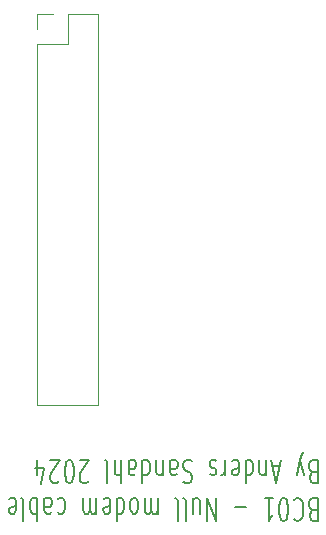
<source format=gbr>
%TF.GenerationSoftware,KiCad,Pcbnew,7.0.11+dfsg-1build4*%
%TF.CreationDate,2024-08-26T19:24:48+02:00*%
%TF.ProjectId,BC01,42433031-2e6b-4696-9361-645f70636258,rev?*%
%TF.SameCoordinates,Original*%
%TF.FileFunction,Legend,Top*%
%TF.FilePolarity,Positive*%
%FSLAX46Y46*%
G04 Gerber Fmt 4.6, Leading zero omitted, Abs format (unit mm)*
G04 Created by KiCad (PCBNEW 7.0.11+dfsg-1build4) date 2024-08-26 19:24:48*
%MOMM*%
%LPD*%
G01*
G04 APERTURE LIST*
G04 Aperture macros list*
%AMRoundRect*
0 Rectangle with rounded corners*
0 $1 Rounding radius*
0 $2 $3 $4 $5 $6 $7 $8 $9 X,Y pos of 4 corners*
0 Add a 4 corners polygon primitive as box body*
4,1,4,$2,$3,$4,$5,$6,$7,$8,$9,$2,$3,0*
0 Add four circle primitives for the rounded corners*
1,1,$1+$1,$2,$3*
1,1,$1+$1,$4,$5*
1,1,$1+$1,$6,$7*
1,1,$1+$1,$8,$9*
0 Add four rect primitives between the rounded corners*
20,1,$1+$1,$2,$3,$4,$5,0*
20,1,$1+$1,$4,$5,$6,$7,0*
20,1,$1+$1,$6,$7,$8,$9,0*
20,1,$1+$1,$8,$9,$2,$3,0*%
G04 Aperture macros list end*
%ADD10C,0.150000*%
%ADD11C,0.120000*%
%ADD12RoundRect,0.500000X-6.000000X-0.500000X6.000000X-0.500000X6.000000X0.500000X-6.000000X0.500000X0*%
%ADD13O,1.700000X1.700000*%
%ADD14R,1.700000X1.700000*%
G04 APERTURE END LIST*
D10*
X161718458Y-114375180D02*
X161532744Y-114279942D01*
X161532744Y-114279942D02*
X161470839Y-114184704D01*
X161470839Y-114184704D02*
X161408935Y-113994228D01*
X161408935Y-113994228D02*
X161408935Y-113708514D01*
X161408935Y-113708514D02*
X161470839Y-113518038D01*
X161470839Y-113518038D02*
X161532744Y-113422800D01*
X161532744Y-113422800D02*
X161656554Y-113327561D01*
X161656554Y-113327561D02*
X162151792Y-113327561D01*
X162151792Y-113327561D02*
X162151792Y-115327561D01*
X162151792Y-115327561D02*
X161718458Y-115327561D01*
X161718458Y-115327561D02*
X161594649Y-115232323D01*
X161594649Y-115232323D02*
X161532744Y-115137085D01*
X161532744Y-115137085D02*
X161470839Y-114946609D01*
X161470839Y-114946609D02*
X161470839Y-114756133D01*
X161470839Y-114756133D02*
X161532744Y-114565657D01*
X161532744Y-114565657D02*
X161594649Y-114470419D01*
X161594649Y-114470419D02*
X161718458Y-114375180D01*
X161718458Y-114375180D02*
X162151792Y-114375180D01*
X160108935Y-113518038D02*
X160170839Y-113422800D01*
X160170839Y-113422800D02*
X160356554Y-113327561D01*
X160356554Y-113327561D02*
X160480363Y-113327561D01*
X160480363Y-113327561D02*
X160666077Y-113422800D01*
X160666077Y-113422800D02*
X160789887Y-113613276D01*
X160789887Y-113613276D02*
X160851792Y-113803752D01*
X160851792Y-113803752D02*
X160913696Y-114184704D01*
X160913696Y-114184704D02*
X160913696Y-114470419D01*
X160913696Y-114470419D02*
X160851792Y-114851371D01*
X160851792Y-114851371D02*
X160789887Y-115041847D01*
X160789887Y-115041847D02*
X160666077Y-115232323D01*
X160666077Y-115232323D02*
X160480363Y-115327561D01*
X160480363Y-115327561D02*
X160356554Y-115327561D01*
X160356554Y-115327561D02*
X160170839Y-115232323D01*
X160170839Y-115232323D02*
X160108935Y-115137085D01*
X159304173Y-115327561D02*
X159180363Y-115327561D01*
X159180363Y-115327561D02*
X159056554Y-115232323D01*
X159056554Y-115232323D02*
X158994649Y-115137085D01*
X158994649Y-115137085D02*
X158932744Y-114946609D01*
X158932744Y-114946609D02*
X158870839Y-114565657D01*
X158870839Y-114565657D02*
X158870839Y-114089466D01*
X158870839Y-114089466D02*
X158932744Y-113708514D01*
X158932744Y-113708514D02*
X158994649Y-113518038D01*
X158994649Y-113518038D02*
X159056554Y-113422800D01*
X159056554Y-113422800D02*
X159180363Y-113327561D01*
X159180363Y-113327561D02*
X159304173Y-113327561D01*
X159304173Y-113327561D02*
X159427982Y-113422800D01*
X159427982Y-113422800D02*
X159489887Y-113518038D01*
X159489887Y-113518038D02*
X159551792Y-113708514D01*
X159551792Y-113708514D02*
X159613696Y-114089466D01*
X159613696Y-114089466D02*
X159613696Y-114565657D01*
X159613696Y-114565657D02*
X159551792Y-114946609D01*
X159551792Y-114946609D02*
X159489887Y-115137085D01*
X159489887Y-115137085D02*
X159427982Y-115232323D01*
X159427982Y-115232323D02*
X159304173Y-115327561D01*
X157632744Y-113327561D02*
X158375601Y-113327561D01*
X158004173Y-113327561D02*
X158004173Y-115327561D01*
X158004173Y-115327561D02*
X158127982Y-115041847D01*
X158127982Y-115041847D02*
X158251792Y-114851371D01*
X158251792Y-114851371D02*
X158375601Y-114756133D01*
X156085126Y-114089466D02*
X155094650Y-114089466D01*
X153485126Y-113327561D02*
X153485126Y-115327561D01*
X153485126Y-115327561D02*
X152742269Y-113327561D01*
X152742269Y-113327561D02*
X152742269Y-115327561D01*
X151566078Y-114660895D02*
X151566078Y-113327561D01*
X152123221Y-114660895D02*
X152123221Y-113613276D01*
X152123221Y-113613276D02*
X152061316Y-113422800D01*
X152061316Y-113422800D02*
X151937506Y-113327561D01*
X151937506Y-113327561D02*
X151751792Y-113327561D01*
X151751792Y-113327561D02*
X151627983Y-113422800D01*
X151627983Y-113422800D02*
X151566078Y-113518038D01*
X150761316Y-113327561D02*
X150885126Y-113422800D01*
X150885126Y-113422800D02*
X150947031Y-113613276D01*
X150947031Y-113613276D02*
X150947031Y-115327561D01*
X150080364Y-113327561D02*
X150204174Y-113422800D01*
X150204174Y-113422800D02*
X150266079Y-113613276D01*
X150266079Y-113613276D02*
X150266079Y-115327561D01*
X148594651Y-113327561D02*
X148594651Y-114660895D01*
X148594651Y-114470419D02*
X148532746Y-114565657D01*
X148532746Y-114565657D02*
X148408936Y-114660895D01*
X148408936Y-114660895D02*
X148223222Y-114660895D01*
X148223222Y-114660895D02*
X148099413Y-114565657D01*
X148099413Y-114565657D02*
X148037508Y-114375180D01*
X148037508Y-114375180D02*
X148037508Y-113327561D01*
X148037508Y-114375180D02*
X147975603Y-114565657D01*
X147975603Y-114565657D02*
X147851794Y-114660895D01*
X147851794Y-114660895D02*
X147666079Y-114660895D01*
X147666079Y-114660895D02*
X147542270Y-114565657D01*
X147542270Y-114565657D02*
X147480365Y-114375180D01*
X147480365Y-114375180D02*
X147480365Y-113327561D01*
X146675603Y-113327561D02*
X146799413Y-113422800D01*
X146799413Y-113422800D02*
X146861318Y-113518038D01*
X146861318Y-113518038D02*
X146923222Y-113708514D01*
X146923222Y-113708514D02*
X146923222Y-114279942D01*
X146923222Y-114279942D02*
X146861318Y-114470419D01*
X146861318Y-114470419D02*
X146799413Y-114565657D01*
X146799413Y-114565657D02*
X146675603Y-114660895D01*
X146675603Y-114660895D02*
X146489889Y-114660895D01*
X146489889Y-114660895D02*
X146366080Y-114565657D01*
X146366080Y-114565657D02*
X146304175Y-114470419D01*
X146304175Y-114470419D02*
X146242270Y-114279942D01*
X146242270Y-114279942D02*
X146242270Y-113708514D01*
X146242270Y-113708514D02*
X146304175Y-113518038D01*
X146304175Y-113518038D02*
X146366080Y-113422800D01*
X146366080Y-113422800D02*
X146489889Y-113327561D01*
X146489889Y-113327561D02*
X146675603Y-113327561D01*
X145127985Y-113327561D02*
X145127985Y-115327561D01*
X145127985Y-113422800D02*
X145251794Y-113327561D01*
X145251794Y-113327561D02*
X145499413Y-113327561D01*
X145499413Y-113327561D02*
X145623223Y-113422800D01*
X145623223Y-113422800D02*
X145685128Y-113518038D01*
X145685128Y-113518038D02*
X145747032Y-113708514D01*
X145747032Y-113708514D02*
X145747032Y-114279942D01*
X145747032Y-114279942D02*
X145685128Y-114470419D01*
X145685128Y-114470419D02*
X145623223Y-114565657D01*
X145623223Y-114565657D02*
X145499413Y-114660895D01*
X145499413Y-114660895D02*
X145251794Y-114660895D01*
X145251794Y-114660895D02*
X145127985Y-114565657D01*
X144013700Y-113422800D02*
X144137509Y-113327561D01*
X144137509Y-113327561D02*
X144385128Y-113327561D01*
X144385128Y-113327561D02*
X144508938Y-113422800D01*
X144508938Y-113422800D02*
X144570842Y-113613276D01*
X144570842Y-113613276D02*
X144570842Y-114375180D01*
X144570842Y-114375180D02*
X144508938Y-114565657D01*
X144508938Y-114565657D02*
X144385128Y-114660895D01*
X144385128Y-114660895D02*
X144137509Y-114660895D01*
X144137509Y-114660895D02*
X144013700Y-114565657D01*
X144013700Y-114565657D02*
X143951795Y-114375180D01*
X143951795Y-114375180D02*
X143951795Y-114184704D01*
X143951795Y-114184704D02*
X144570842Y-113994228D01*
X143394652Y-113327561D02*
X143394652Y-114660895D01*
X143394652Y-114470419D02*
X143332747Y-114565657D01*
X143332747Y-114565657D02*
X143208937Y-114660895D01*
X143208937Y-114660895D02*
X143023223Y-114660895D01*
X143023223Y-114660895D02*
X142899414Y-114565657D01*
X142899414Y-114565657D02*
X142837509Y-114375180D01*
X142837509Y-114375180D02*
X142837509Y-113327561D01*
X142837509Y-114375180D02*
X142775604Y-114565657D01*
X142775604Y-114565657D02*
X142651795Y-114660895D01*
X142651795Y-114660895D02*
X142466080Y-114660895D01*
X142466080Y-114660895D02*
X142342271Y-114565657D01*
X142342271Y-114565657D02*
X142280366Y-114375180D01*
X142280366Y-114375180D02*
X142280366Y-113327561D01*
X140113700Y-113422800D02*
X140237509Y-113327561D01*
X140237509Y-113327561D02*
X140485128Y-113327561D01*
X140485128Y-113327561D02*
X140608938Y-113422800D01*
X140608938Y-113422800D02*
X140670843Y-113518038D01*
X140670843Y-113518038D02*
X140732747Y-113708514D01*
X140732747Y-113708514D02*
X140732747Y-114279942D01*
X140732747Y-114279942D02*
X140670843Y-114470419D01*
X140670843Y-114470419D02*
X140608938Y-114565657D01*
X140608938Y-114565657D02*
X140485128Y-114660895D01*
X140485128Y-114660895D02*
X140237509Y-114660895D01*
X140237509Y-114660895D02*
X140113700Y-114565657D01*
X138999414Y-113327561D02*
X138999414Y-114375180D01*
X138999414Y-114375180D02*
X139061319Y-114565657D01*
X139061319Y-114565657D02*
X139185128Y-114660895D01*
X139185128Y-114660895D02*
X139432747Y-114660895D01*
X139432747Y-114660895D02*
X139556557Y-114565657D01*
X138999414Y-113422800D02*
X139123223Y-113327561D01*
X139123223Y-113327561D02*
X139432747Y-113327561D01*
X139432747Y-113327561D02*
X139556557Y-113422800D01*
X139556557Y-113422800D02*
X139618461Y-113613276D01*
X139618461Y-113613276D02*
X139618461Y-113803752D01*
X139618461Y-113803752D02*
X139556557Y-113994228D01*
X139556557Y-113994228D02*
X139432747Y-114089466D01*
X139432747Y-114089466D02*
X139123223Y-114089466D01*
X139123223Y-114089466D02*
X138999414Y-114184704D01*
X138380367Y-113327561D02*
X138380367Y-115327561D01*
X138380367Y-114565657D02*
X138256557Y-114660895D01*
X138256557Y-114660895D02*
X138008938Y-114660895D01*
X138008938Y-114660895D02*
X137885129Y-114565657D01*
X137885129Y-114565657D02*
X137823224Y-114470419D01*
X137823224Y-114470419D02*
X137761319Y-114279942D01*
X137761319Y-114279942D02*
X137761319Y-113708514D01*
X137761319Y-113708514D02*
X137823224Y-113518038D01*
X137823224Y-113518038D02*
X137885129Y-113422800D01*
X137885129Y-113422800D02*
X138008938Y-113327561D01*
X138008938Y-113327561D02*
X138256557Y-113327561D01*
X138256557Y-113327561D02*
X138380367Y-113422800D01*
X137018462Y-113327561D02*
X137142272Y-113422800D01*
X137142272Y-113422800D02*
X137204177Y-113613276D01*
X137204177Y-113613276D02*
X137204177Y-115327561D01*
X136027987Y-113422800D02*
X136151796Y-113327561D01*
X136151796Y-113327561D02*
X136399415Y-113327561D01*
X136399415Y-113327561D02*
X136523225Y-113422800D01*
X136523225Y-113422800D02*
X136585129Y-113613276D01*
X136585129Y-113613276D02*
X136585129Y-114375180D01*
X136585129Y-114375180D02*
X136523225Y-114565657D01*
X136523225Y-114565657D02*
X136399415Y-114660895D01*
X136399415Y-114660895D02*
X136151796Y-114660895D01*
X136151796Y-114660895D02*
X136027987Y-114565657D01*
X136027987Y-114565657D02*
X135966082Y-114375180D01*
X135966082Y-114375180D02*
X135966082Y-114184704D01*
X135966082Y-114184704D02*
X136585129Y-113994228D01*
X161718458Y-111155180D02*
X161532744Y-111059942D01*
X161532744Y-111059942D02*
X161470839Y-110964704D01*
X161470839Y-110964704D02*
X161408935Y-110774228D01*
X161408935Y-110774228D02*
X161408935Y-110488514D01*
X161408935Y-110488514D02*
X161470839Y-110298038D01*
X161470839Y-110298038D02*
X161532744Y-110202800D01*
X161532744Y-110202800D02*
X161656554Y-110107561D01*
X161656554Y-110107561D02*
X162151792Y-110107561D01*
X162151792Y-110107561D02*
X162151792Y-112107561D01*
X162151792Y-112107561D02*
X161718458Y-112107561D01*
X161718458Y-112107561D02*
X161594649Y-112012323D01*
X161594649Y-112012323D02*
X161532744Y-111917085D01*
X161532744Y-111917085D02*
X161470839Y-111726609D01*
X161470839Y-111726609D02*
X161470839Y-111536133D01*
X161470839Y-111536133D02*
X161532744Y-111345657D01*
X161532744Y-111345657D02*
X161594649Y-111250419D01*
X161594649Y-111250419D02*
X161718458Y-111155180D01*
X161718458Y-111155180D02*
X162151792Y-111155180D01*
X160975601Y-111440895D02*
X160666077Y-110107561D01*
X160356554Y-111440895D02*
X160666077Y-110107561D01*
X160666077Y-110107561D02*
X160789887Y-109631371D01*
X160789887Y-109631371D02*
X160851792Y-109536133D01*
X160851792Y-109536133D02*
X160975601Y-109440895D01*
X158932744Y-110678990D02*
X158313697Y-110678990D01*
X159056554Y-110107561D02*
X158623221Y-112107561D01*
X158623221Y-112107561D02*
X158189887Y-110107561D01*
X157756554Y-111440895D02*
X157756554Y-110107561D01*
X157756554Y-111250419D02*
X157694649Y-111345657D01*
X157694649Y-111345657D02*
X157570839Y-111440895D01*
X157570839Y-111440895D02*
X157385125Y-111440895D01*
X157385125Y-111440895D02*
X157261316Y-111345657D01*
X157261316Y-111345657D02*
X157199411Y-111155180D01*
X157199411Y-111155180D02*
X157199411Y-110107561D01*
X156023221Y-110107561D02*
X156023221Y-112107561D01*
X156023221Y-110202800D02*
X156147030Y-110107561D01*
X156147030Y-110107561D02*
X156394649Y-110107561D01*
X156394649Y-110107561D02*
X156518459Y-110202800D01*
X156518459Y-110202800D02*
X156580364Y-110298038D01*
X156580364Y-110298038D02*
X156642268Y-110488514D01*
X156642268Y-110488514D02*
X156642268Y-111059942D01*
X156642268Y-111059942D02*
X156580364Y-111250419D01*
X156580364Y-111250419D02*
X156518459Y-111345657D01*
X156518459Y-111345657D02*
X156394649Y-111440895D01*
X156394649Y-111440895D02*
X156147030Y-111440895D01*
X156147030Y-111440895D02*
X156023221Y-111345657D01*
X154908936Y-110202800D02*
X155032745Y-110107561D01*
X155032745Y-110107561D02*
X155280364Y-110107561D01*
X155280364Y-110107561D02*
X155404174Y-110202800D01*
X155404174Y-110202800D02*
X155466078Y-110393276D01*
X155466078Y-110393276D02*
X155466078Y-111155180D01*
X155466078Y-111155180D02*
X155404174Y-111345657D01*
X155404174Y-111345657D02*
X155280364Y-111440895D01*
X155280364Y-111440895D02*
X155032745Y-111440895D01*
X155032745Y-111440895D02*
X154908936Y-111345657D01*
X154908936Y-111345657D02*
X154847031Y-111155180D01*
X154847031Y-111155180D02*
X154847031Y-110964704D01*
X154847031Y-110964704D02*
X155466078Y-110774228D01*
X154289888Y-110107561D02*
X154289888Y-111440895D01*
X154289888Y-111059942D02*
X154227983Y-111250419D01*
X154227983Y-111250419D02*
X154166078Y-111345657D01*
X154166078Y-111345657D02*
X154042269Y-111440895D01*
X154042269Y-111440895D02*
X153918459Y-111440895D01*
X153547030Y-110202800D02*
X153423221Y-110107561D01*
X153423221Y-110107561D02*
X153175602Y-110107561D01*
X153175602Y-110107561D02*
X153051792Y-110202800D01*
X153051792Y-110202800D02*
X152989888Y-110393276D01*
X152989888Y-110393276D02*
X152989888Y-110488514D01*
X152989888Y-110488514D02*
X153051792Y-110678990D01*
X153051792Y-110678990D02*
X153175602Y-110774228D01*
X153175602Y-110774228D02*
X153361316Y-110774228D01*
X153361316Y-110774228D02*
X153485126Y-110869466D01*
X153485126Y-110869466D02*
X153547030Y-111059942D01*
X153547030Y-111059942D02*
X153547030Y-111155180D01*
X153547030Y-111155180D02*
X153485126Y-111345657D01*
X153485126Y-111345657D02*
X153361316Y-111440895D01*
X153361316Y-111440895D02*
X153175602Y-111440895D01*
X153175602Y-111440895D02*
X153051792Y-111345657D01*
X151504173Y-110202800D02*
X151318459Y-110107561D01*
X151318459Y-110107561D02*
X151008935Y-110107561D01*
X151008935Y-110107561D02*
X150885126Y-110202800D01*
X150885126Y-110202800D02*
X150823221Y-110298038D01*
X150823221Y-110298038D02*
X150761316Y-110488514D01*
X150761316Y-110488514D02*
X150761316Y-110678990D01*
X150761316Y-110678990D02*
X150823221Y-110869466D01*
X150823221Y-110869466D02*
X150885126Y-110964704D01*
X150885126Y-110964704D02*
X151008935Y-111059942D01*
X151008935Y-111059942D02*
X151256554Y-111155180D01*
X151256554Y-111155180D02*
X151380364Y-111250419D01*
X151380364Y-111250419D02*
X151442269Y-111345657D01*
X151442269Y-111345657D02*
X151504173Y-111536133D01*
X151504173Y-111536133D02*
X151504173Y-111726609D01*
X151504173Y-111726609D02*
X151442269Y-111917085D01*
X151442269Y-111917085D02*
X151380364Y-112012323D01*
X151380364Y-112012323D02*
X151256554Y-112107561D01*
X151256554Y-112107561D02*
X150947031Y-112107561D01*
X150947031Y-112107561D02*
X150761316Y-112012323D01*
X149647031Y-110107561D02*
X149647031Y-111155180D01*
X149647031Y-111155180D02*
X149708936Y-111345657D01*
X149708936Y-111345657D02*
X149832745Y-111440895D01*
X149832745Y-111440895D02*
X150080364Y-111440895D01*
X150080364Y-111440895D02*
X150204174Y-111345657D01*
X149647031Y-110202800D02*
X149770840Y-110107561D01*
X149770840Y-110107561D02*
X150080364Y-110107561D01*
X150080364Y-110107561D02*
X150204174Y-110202800D01*
X150204174Y-110202800D02*
X150266078Y-110393276D01*
X150266078Y-110393276D02*
X150266078Y-110583752D01*
X150266078Y-110583752D02*
X150204174Y-110774228D01*
X150204174Y-110774228D02*
X150080364Y-110869466D01*
X150080364Y-110869466D02*
X149770840Y-110869466D01*
X149770840Y-110869466D02*
X149647031Y-110964704D01*
X149027984Y-111440895D02*
X149027984Y-110107561D01*
X149027984Y-111250419D02*
X148966079Y-111345657D01*
X148966079Y-111345657D02*
X148842269Y-111440895D01*
X148842269Y-111440895D02*
X148656555Y-111440895D01*
X148656555Y-111440895D02*
X148532746Y-111345657D01*
X148532746Y-111345657D02*
X148470841Y-111155180D01*
X148470841Y-111155180D02*
X148470841Y-110107561D01*
X147294651Y-110107561D02*
X147294651Y-112107561D01*
X147294651Y-110202800D02*
X147418460Y-110107561D01*
X147418460Y-110107561D02*
X147666079Y-110107561D01*
X147666079Y-110107561D02*
X147789889Y-110202800D01*
X147789889Y-110202800D02*
X147851794Y-110298038D01*
X147851794Y-110298038D02*
X147913698Y-110488514D01*
X147913698Y-110488514D02*
X147913698Y-111059942D01*
X147913698Y-111059942D02*
X147851794Y-111250419D01*
X147851794Y-111250419D02*
X147789889Y-111345657D01*
X147789889Y-111345657D02*
X147666079Y-111440895D01*
X147666079Y-111440895D02*
X147418460Y-111440895D01*
X147418460Y-111440895D02*
X147294651Y-111345657D01*
X146118461Y-110107561D02*
X146118461Y-111155180D01*
X146118461Y-111155180D02*
X146180366Y-111345657D01*
X146180366Y-111345657D02*
X146304175Y-111440895D01*
X146304175Y-111440895D02*
X146551794Y-111440895D01*
X146551794Y-111440895D02*
X146675604Y-111345657D01*
X146118461Y-110202800D02*
X146242270Y-110107561D01*
X146242270Y-110107561D02*
X146551794Y-110107561D01*
X146551794Y-110107561D02*
X146675604Y-110202800D01*
X146675604Y-110202800D02*
X146737508Y-110393276D01*
X146737508Y-110393276D02*
X146737508Y-110583752D01*
X146737508Y-110583752D02*
X146675604Y-110774228D01*
X146675604Y-110774228D02*
X146551794Y-110869466D01*
X146551794Y-110869466D02*
X146242270Y-110869466D01*
X146242270Y-110869466D02*
X146118461Y-110964704D01*
X145499414Y-110107561D02*
X145499414Y-112107561D01*
X144942271Y-110107561D02*
X144942271Y-111155180D01*
X144942271Y-111155180D02*
X145004176Y-111345657D01*
X145004176Y-111345657D02*
X145127985Y-111440895D01*
X145127985Y-111440895D02*
X145313699Y-111440895D01*
X145313699Y-111440895D02*
X145437509Y-111345657D01*
X145437509Y-111345657D02*
X145499414Y-111250419D01*
X144137509Y-110107561D02*
X144261319Y-110202800D01*
X144261319Y-110202800D02*
X144323224Y-110393276D01*
X144323224Y-110393276D02*
X144323224Y-112107561D01*
X142713700Y-111917085D02*
X142651796Y-112012323D01*
X142651796Y-112012323D02*
X142527986Y-112107561D01*
X142527986Y-112107561D02*
X142218462Y-112107561D01*
X142218462Y-112107561D02*
X142094653Y-112012323D01*
X142094653Y-112012323D02*
X142032748Y-111917085D01*
X142032748Y-111917085D02*
X141970843Y-111726609D01*
X141970843Y-111726609D02*
X141970843Y-111536133D01*
X141970843Y-111536133D02*
X142032748Y-111250419D01*
X142032748Y-111250419D02*
X142775605Y-110107561D01*
X142775605Y-110107561D02*
X141970843Y-110107561D01*
X141166082Y-112107561D02*
X141042272Y-112107561D01*
X141042272Y-112107561D02*
X140918463Y-112012323D01*
X140918463Y-112012323D02*
X140856558Y-111917085D01*
X140856558Y-111917085D02*
X140794653Y-111726609D01*
X140794653Y-111726609D02*
X140732748Y-111345657D01*
X140732748Y-111345657D02*
X140732748Y-110869466D01*
X140732748Y-110869466D02*
X140794653Y-110488514D01*
X140794653Y-110488514D02*
X140856558Y-110298038D01*
X140856558Y-110298038D02*
X140918463Y-110202800D01*
X140918463Y-110202800D02*
X141042272Y-110107561D01*
X141042272Y-110107561D02*
X141166082Y-110107561D01*
X141166082Y-110107561D02*
X141289891Y-110202800D01*
X141289891Y-110202800D02*
X141351796Y-110298038D01*
X141351796Y-110298038D02*
X141413701Y-110488514D01*
X141413701Y-110488514D02*
X141475605Y-110869466D01*
X141475605Y-110869466D02*
X141475605Y-111345657D01*
X141475605Y-111345657D02*
X141413701Y-111726609D01*
X141413701Y-111726609D02*
X141351796Y-111917085D01*
X141351796Y-111917085D02*
X141289891Y-112012323D01*
X141289891Y-112012323D02*
X141166082Y-112107561D01*
X140237510Y-111917085D02*
X140175606Y-112012323D01*
X140175606Y-112012323D02*
X140051796Y-112107561D01*
X140051796Y-112107561D02*
X139742272Y-112107561D01*
X139742272Y-112107561D02*
X139618463Y-112012323D01*
X139618463Y-112012323D02*
X139556558Y-111917085D01*
X139556558Y-111917085D02*
X139494653Y-111726609D01*
X139494653Y-111726609D02*
X139494653Y-111536133D01*
X139494653Y-111536133D02*
X139556558Y-111250419D01*
X139556558Y-111250419D02*
X140299415Y-110107561D01*
X140299415Y-110107561D02*
X139494653Y-110107561D01*
X138380368Y-111440895D02*
X138380368Y-110107561D01*
X138689892Y-112202800D02*
X138999415Y-110774228D01*
X138999415Y-110774228D02*
X138194654Y-110774228D01*
D11*
%TO.C,J2*%
X143565000Y-72345000D02*
X143565000Y-105485000D01*
X140965000Y-74945000D02*
X140965000Y-72345000D01*
X140965000Y-72345000D02*
X143565000Y-72345000D01*
X138365000Y-105485000D02*
X143565000Y-105485000D01*
X138365000Y-74945000D02*
X140965000Y-74945000D01*
X138365000Y-74945000D02*
X138365000Y-105485000D01*
X138365000Y-73675000D02*
X138365000Y-72345000D01*
X138365000Y-72345000D02*
X139695000Y-72345000D01*
%TD*%
%LPC*%
D12*
%TO.C,J1*%
X127772900Y-113030000D03*
X127772900Y-110490000D03*
X127772900Y-107950000D03*
X127772900Y-105410000D03*
X127772900Y-102870000D03*
X127772900Y-100330000D03*
X127772900Y-97790000D03*
X127772900Y-95250000D03*
X127772900Y-92710000D03*
X127772900Y-90170000D03*
X127772900Y-87630000D03*
X127772900Y-85090000D03*
X127772900Y-82550000D03*
X127772900Y-80010000D03*
X127772900Y-77470000D03*
X127772900Y-74930000D03*
X127772900Y-72390000D03*
X127772900Y-69850000D03*
X127772900Y-67310000D03*
X127772900Y-64770000D03*
%TD*%
D13*
%TO.C,J2*%
X142235000Y-104155000D03*
X139695000Y-104155000D03*
X142235000Y-101615000D03*
X139695000Y-101615000D03*
X142235000Y-99075000D03*
X139695000Y-99075000D03*
X142235000Y-96535000D03*
X139695000Y-96535000D03*
X142235000Y-93995000D03*
X139695000Y-93995000D03*
X142235000Y-91455000D03*
X139695000Y-91455000D03*
X142235000Y-88915000D03*
X139695000Y-88915000D03*
X142235000Y-86375000D03*
X139695000Y-86375000D03*
X142235000Y-83835000D03*
X139695000Y-83835000D03*
X142235000Y-81295000D03*
X139695000Y-81295000D03*
X142235000Y-78755000D03*
X139695000Y-78755000D03*
X142235000Y-76215000D03*
X139695000Y-76215000D03*
X142235000Y-73675000D03*
D14*
X139695000Y-73675000D03*
%TD*%
%LPD*%
M02*

</source>
